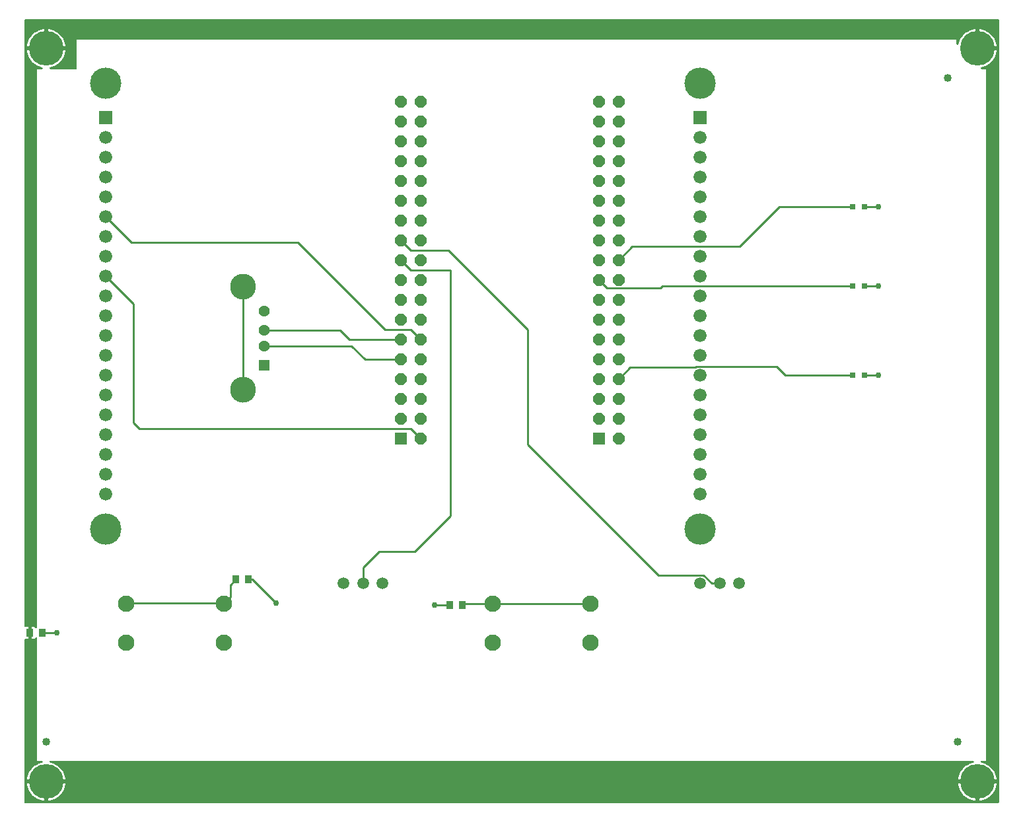
<source format=gbr>
G04 EAGLE Gerber RS-274X export*
G75*
%MOMM*%
%FSLAX34Y34*%
%LPD*%
%INTop Copper*%
%IPPOS*%
%AMOC8*
5,1,8,0,0,1.08239X$1,22.5*%
G01*
%ADD10R,1.524000X1.524000*%
%ADD11P,1.649562X8X112.500000*%
%ADD12R,1.676400X1.676400*%
%ADD13C,1.676400*%
%ADD14C,4.016000*%
%ADD15R,0.800000X0.800000*%
%ADD16R,1.428000X1.428000*%
%ADD17C,1.428000*%
%ADD18C,3.316000*%
%ADD19C,1.508000*%
%ADD20R,0.949959X1.031241*%
%ADD21C,2.100000*%
%ADD22C,1.016000*%
%ADD23C,4.445000*%
%ADD24C,0.254000*%
%ADD25C,0.756400*%

G36*
X1259624Y1014088D02*
X1259624Y1014088D01*
X1259617Y1014207D01*
X1259604Y1014245D01*
X1259599Y1014286D01*
X1259556Y1014396D01*
X1259519Y1014509D01*
X1259497Y1014544D01*
X1259482Y1014581D01*
X1259413Y1014677D01*
X1259349Y1014778D01*
X1259319Y1014806D01*
X1259296Y1014839D01*
X1259204Y1014915D01*
X1259117Y1014996D01*
X1259082Y1015016D01*
X1259051Y1015041D01*
X1258943Y1015092D01*
X1258839Y1015150D01*
X1258799Y1015160D01*
X1258763Y1015177D01*
X1258646Y1015199D01*
X1258531Y1015229D01*
X1258471Y1015233D01*
X1258451Y1015237D01*
X1258430Y1015235D01*
X1258370Y1015239D01*
X11430Y1015239D01*
X11312Y1015224D01*
X11193Y1015217D01*
X11155Y1015204D01*
X11114Y1015199D01*
X11004Y1015156D01*
X10891Y1015119D01*
X10856Y1015097D01*
X10819Y1015082D01*
X10723Y1015013D01*
X10622Y1014949D01*
X10594Y1014919D01*
X10561Y1014896D01*
X10485Y1014804D01*
X10404Y1014717D01*
X10384Y1014682D01*
X10359Y1014651D01*
X10308Y1014543D01*
X10250Y1014439D01*
X10240Y1014399D01*
X10223Y1014363D01*
X10201Y1014246D01*
X10171Y1014131D01*
X10167Y1014071D01*
X10163Y1014051D01*
X10165Y1014030D01*
X10161Y1013970D01*
X10161Y237374D01*
X10176Y237249D01*
X10186Y237124D01*
X10196Y237092D01*
X10201Y237058D01*
X10247Y236942D01*
X10287Y236822D01*
X10305Y236794D01*
X10318Y236763D01*
X10391Y236661D01*
X10460Y236555D01*
X10485Y236533D01*
X10504Y236505D01*
X10601Y236425D01*
X10694Y236340D01*
X10724Y236324D01*
X10749Y236302D01*
X10863Y236249D01*
X10974Y236189D01*
X11007Y236181D01*
X11037Y236167D01*
X11160Y236143D01*
X11283Y236113D01*
X11316Y236113D01*
X11349Y236107D01*
X11475Y236115D01*
X11601Y236116D01*
X11649Y236126D01*
X11667Y236127D01*
X11687Y236134D01*
X11759Y236148D01*
X12315Y236297D01*
X15025Y236297D01*
X15025Y229705D01*
X15040Y229587D01*
X15047Y229468D01*
X15060Y229430D01*
X15065Y229390D01*
X15109Y229279D01*
X15145Y229166D01*
X15167Y229131D01*
X15182Y229094D01*
X15252Y228998D01*
X15315Y228897D01*
X15345Y228869D01*
X15369Y228837D01*
X15460Y228761D01*
X15547Y228679D01*
X15582Y228660D01*
X15614Y228634D01*
X15678Y228604D01*
X15587Y228537D01*
X15486Y228474D01*
X15458Y228444D01*
X15426Y228420D01*
X15350Y228329D01*
X15268Y228242D01*
X15249Y228207D01*
X15223Y228175D01*
X15172Y228068D01*
X15115Y227964D01*
X15104Y227924D01*
X15087Y227888D01*
X15065Y227771D01*
X15035Y227656D01*
X15031Y227595D01*
X15027Y227575D01*
X15029Y227555D01*
X15025Y227495D01*
X15025Y220903D01*
X12315Y220903D01*
X11759Y221052D01*
X11634Y221069D01*
X11510Y221093D01*
X11477Y221091D01*
X11443Y221095D01*
X11318Y221081D01*
X11193Y221073D01*
X11161Y221063D01*
X11128Y221059D01*
X11010Y221014D01*
X10891Y220975D01*
X10862Y220957D01*
X10831Y220945D01*
X10728Y220872D01*
X10622Y220805D01*
X10599Y220780D01*
X10571Y220761D01*
X10490Y220665D01*
X10404Y220573D01*
X10388Y220544D01*
X10366Y220518D01*
X10311Y220405D01*
X10250Y220295D01*
X10242Y220262D01*
X10227Y220232D01*
X10202Y220108D01*
X10171Y219987D01*
X10168Y219938D01*
X10164Y219920D01*
X10165Y219898D01*
X10161Y219826D01*
X10161Y11430D01*
X10176Y11312D01*
X10183Y11193D01*
X10196Y11155D01*
X10201Y11114D01*
X10244Y11004D01*
X10281Y10891D01*
X10303Y10856D01*
X10318Y10819D01*
X10387Y10723D01*
X10451Y10622D01*
X10481Y10594D01*
X10504Y10561D01*
X10596Y10485D01*
X10683Y10404D01*
X10718Y10384D01*
X10749Y10359D01*
X10857Y10308D01*
X10961Y10250D01*
X11001Y10240D01*
X11037Y10223D01*
X11154Y10201D01*
X11269Y10171D01*
X11329Y10167D01*
X11349Y10163D01*
X11370Y10165D01*
X11430Y10161D01*
X1258370Y10161D01*
X1258488Y10176D01*
X1258607Y10183D01*
X1258645Y10196D01*
X1258686Y10201D01*
X1258796Y10244D01*
X1258909Y10281D01*
X1258944Y10303D01*
X1258981Y10318D01*
X1259077Y10387D01*
X1259178Y10451D01*
X1259206Y10481D01*
X1259239Y10504D01*
X1259315Y10596D01*
X1259396Y10683D01*
X1259416Y10718D01*
X1259441Y10749D01*
X1259492Y10857D01*
X1259550Y10961D01*
X1259560Y11001D01*
X1259577Y11037D01*
X1259599Y11154D01*
X1259629Y11269D01*
X1259633Y11329D01*
X1259637Y11349D01*
X1259635Y11370D01*
X1259639Y11430D01*
X1259639Y1013970D01*
X1259624Y1014088D01*
G37*
%LPC*%
G36*
X32385Y951231D02*
X32385Y951231D01*
X32402Y951233D01*
X32419Y951231D01*
X32559Y951253D01*
X32700Y951271D01*
X32716Y951277D01*
X32733Y951280D01*
X32864Y951335D01*
X32996Y951388D01*
X33010Y951398D01*
X33025Y951404D01*
X33138Y951491D01*
X33253Y951574D01*
X33264Y951588D01*
X33278Y951598D01*
X33365Y951710D01*
X33456Y951819D01*
X33463Y951835D01*
X33474Y951848D01*
X33531Y951979D01*
X33591Y952107D01*
X33595Y952124D01*
X33602Y952140D01*
X33625Y952281D01*
X33651Y952420D01*
X33650Y952437D01*
X33653Y952454D01*
X33640Y952595D01*
X33631Y952737D01*
X33626Y952753D01*
X33625Y952770D01*
X33577Y952904D01*
X33533Y953039D01*
X33524Y953054D01*
X33519Y953070D01*
X33439Y953188D01*
X33363Y953308D01*
X33351Y953320D01*
X33341Y953334D01*
X33235Y953429D01*
X33132Y953526D01*
X33117Y953534D01*
X33104Y953546D01*
X32978Y953611D01*
X32853Y953680D01*
X32837Y953684D01*
X32821Y953692D01*
X32667Y953737D01*
X31233Y954065D01*
X28608Y954983D01*
X26101Y956190D01*
X23746Y957670D01*
X21571Y959405D01*
X19605Y961371D01*
X17870Y963546D01*
X16390Y965901D01*
X15183Y968408D01*
X14265Y971033D01*
X13646Y973745D01*
X13464Y975361D01*
X36830Y975361D01*
X36948Y975376D01*
X37067Y975383D01*
X37105Y975396D01*
X37145Y975401D01*
X37256Y975444D01*
X37369Y975481D01*
X37403Y975503D01*
X37441Y975518D01*
X37537Y975588D01*
X37638Y975651D01*
X37666Y975681D01*
X37698Y975704D01*
X37774Y975796D01*
X37856Y975883D01*
X37875Y975918D01*
X37901Y975949D01*
X37952Y976057D01*
X38009Y976161D01*
X38020Y976201D01*
X38037Y976237D01*
X38059Y976354D01*
X38089Y976469D01*
X38093Y976530D01*
X38097Y976550D01*
X38095Y976570D01*
X38099Y976630D01*
X38099Y977901D01*
X38101Y977901D01*
X38101Y976630D01*
X38116Y976512D01*
X38123Y976393D01*
X38136Y976355D01*
X38141Y976314D01*
X38185Y976204D01*
X38221Y976091D01*
X38243Y976056D01*
X38258Y976019D01*
X38328Y975923D01*
X38391Y975822D01*
X38421Y975794D01*
X38445Y975761D01*
X38536Y975686D01*
X38623Y975604D01*
X38658Y975584D01*
X38690Y975559D01*
X38797Y975508D01*
X38902Y975450D01*
X38941Y975440D01*
X38977Y975423D01*
X39094Y975401D01*
X39209Y975371D01*
X39270Y975367D01*
X39290Y975363D01*
X39310Y975365D01*
X39370Y975361D01*
X62736Y975361D01*
X62554Y973745D01*
X61935Y971033D01*
X61017Y968408D01*
X59810Y965901D01*
X58330Y963546D01*
X56595Y961371D01*
X54629Y959405D01*
X52454Y957670D01*
X50099Y956190D01*
X47592Y954983D01*
X44967Y954065D01*
X43533Y953737D01*
X43517Y953732D01*
X43500Y953729D01*
X43368Y953677D01*
X43234Y953628D01*
X43220Y953619D01*
X43204Y953612D01*
X43089Y953529D01*
X42972Y953449D01*
X42961Y953436D01*
X42947Y953426D01*
X42856Y953316D01*
X42763Y953209D01*
X42755Y953194D01*
X42744Y953181D01*
X42684Y953052D01*
X42620Y952925D01*
X42616Y952908D01*
X42609Y952893D01*
X42582Y952754D01*
X42551Y952614D01*
X42552Y952597D01*
X42549Y952581D01*
X42558Y952439D01*
X42563Y952297D01*
X42567Y952280D01*
X42569Y952263D01*
X42612Y952128D01*
X42653Y951992D01*
X42661Y951977D01*
X42667Y951961D01*
X42743Y951840D01*
X42815Y951718D01*
X42828Y951706D01*
X42837Y951692D01*
X42941Y951594D01*
X43041Y951494D01*
X43056Y951486D01*
X43068Y951474D01*
X43193Y951405D01*
X43315Y951333D01*
X43332Y951329D01*
X43347Y951320D01*
X43484Y951285D01*
X43621Y951246D01*
X43638Y951245D01*
X43655Y951241D01*
X43815Y951231D01*
X76200Y951231D01*
X76318Y951246D01*
X76437Y951253D01*
X76475Y951266D01*
X76516Y951271D01*
X76626Y951314D01*
X76739Y951351D01*
X76774Y951373D01*
X76811Y951388D01*
X76907Y951458D01*
X77008Y951521D01*
X77036Y951551D01*
X77069Y951574D01*
X77145Y951666D01*
X77226Y951753D01*
X77246Y951788D01*
X77271Y951819D01*
X77322Y951927D01*
X77380Y952031D01*
X77390Y952071D01*
X77407Y952107D01*
X77429Y952224D01*
X77459Y952339D01*
X77463Y952400D01*
X77467Y952420D01*
X77465Y952440D01*
X77469Y952500D01*
X77469Y989331D01*
X1205231Y989331D01*
X1205231Y983615D01*
X1205233Y983598D01*
X1205231Y983581D01*
X1205253Y983441D01*
X1205271Y983300D01*
X1205277Y983284D01*
X1205280Y983267D01*
X1205335Y983136D01*
X1205388Y983004D01*
X1205398Y982990D01*
X1205404Y982975D01*
X1205491Y982862D01*
X1205574Y982747D01*
X1205588Y982736D01*
X1205598Y982722D01*
X1205710Y982635D01*
X1205819Y982544D01*
X1205835Y982537D01*
X1205848Y982526D01*
X1205979Y982469D01*
X1206107Y982409D01*
X1206124Y982405D01*
X1206140Y982398D01*
X1206280Y982375D01*
X1206420Y982349D01*
X1206437Y982350D01*
X1206454Y982347D01*
X1206595Y982360D01*
X1206737Y982368D01*
X1206753Y982374D01*
X1206770Y982375D01*
X1206904Y982423D01*
X1207039Y982467D01*
X1207054Y982476D01*
X1207070Y982481D01*
X1207188Y982561D01*
X1207308Y982637D01*
X1207320Y982649D01*
X1207334Y982659D01*
X1207428Y982765D01*
X1207526Y982868D01*
X1207534Y982883D01*
X1207546Y982896D01*
X1207611Y983022D01*
X1207680Y983147D01*
X1207684Y983163D01*
X1207692Y983179D01*
X1207737Y983333D01*
X1208065Y984767D01*
X1208983Y987392D01*
X1210190Y989899D01*
X1211670Y992254D01*
X1213405Y994429D01*
X1215371Y996395D01*
X1217546Y998130D01*
X1219901Y999610D01*
X1222408Y1000817D01*
X1225033Y1001735D01*
X1227745Y1002354D01*
X1229361Y1002536D01*
X1229361Y979170D01*
X1229376Y979052D01*
X1229383Y978933D01*
X1229396Y978895D01*
X1229401Y978855D01*
X1229444Y978744D01*
X1229481Y978631D01*
X1229503Y978597D01*
X1229518Y978559D01*
X1229588Y978463D01*
X1229651Y978362D01*
X1229681Y978334D01*
X1229704Y978302D01*
X1229796Y978226D01*
X1229883Y978144D01*
X1229918Y978125D01*
X1229949Y978099D01*
X1230057Y978048D01*
X1230161Y977991D01*
X1230201Y977980D01*
X1230237Y977963D01*
X1230354Y977941D01*
X1230469Y977911D01*
X1230530Y977907D01*
X1230550Y977903D01*
X1230570Y977905D01*
X1230630Y977901D01*
X1231901Y977901D01*
X1231901Y976630D01*
X1231916Y976512D01*
X1231923Y976393D01*
X1231936Y976355D01*
X1231941Y976314D01*
X1231985Y976204D01*
X1232021Y976091D01*
X1232043Y976056D01*
X1232058Y976019D01*
X1232128Y975923D01*
X1232191Y975822D01*
X1232221Y975794D01*
X1232245Y975761D01*
X1232336Y975686D01*
X1232423Y975604D01*
X1232458Y975584D01*
X1232490Y975559D01*
X1232597Y975508D01*
X1232702Y975450D01*
X1232741Y975440D01*
X1232777Y975423D01*
X1232894Y975401D01*
X1233009Y975371D01*
X1233070Y975367D01*
X1233090Y975363D01*
X1233110Y975365D01*
X1233170Y975361D01*
X1256536Y975361D01*
X1256354Y973745D01*
X1255735Y971033D01*
X1254817Y968408D01*
X1253610Y965901D01*
X1252130Y963546D01*
X1250395Y961371D01*
X1248429Y959405D01*
X1246254Y957670D01*
X1243899Y956190D01*
X1241392Y954983D01*
X1238767Y954065D01*
X1237333Y953737D01*
X1237317Y953732D01*
X1237300Y953729D01*
X1237168Y953677D01*
X1237034Y953628D01*
X1237020Y953619D01*
X1237004Y953612D01*
X1236889Y953529D01*
X1236772Y953449D01*
X1236761Y953436D01*
X1236747Y953426D01*
X1236656Y953316D01*
X1236563Y953209D01*
X1236555Y953194D01*
X1236544Y953181D01*
X1236484Y953052D01*
X1236419Y952925D01*
X1236416Y952908D01*
X1236409Y952893D01*
X1236382Y952753D01*
X1236351Y952614D01*
X1236352Y952597D01*
X1236349Y952581D01*
X1236358Y952438D01*
X1236363Y952297D01*
X1236367Y952280D01*
X1236368Y952263D01*
X1236412Y952128D01*
X1236452Y951992D01*
X1236461Y951977D01*
X1236467Y951961D01*
X1236542Y951841D01*
X1236615Y951718D01*
X1236628Y951706D01*
X1236637Y951692D01*
X1236740Y951594D01*
X1236841Y951494D01*
X1236856Y951486D01*
X1236868Y951474D01*
X1236993Y951405D01*
X1237115Y951333D01*
X1237132Y951329D01*
X1237147Y951320D01*
X1237284Y951285D01*
X1237421Y951246D01*
X1237438Y951245D01*
X1237455Y951241D01*
X1237615Y951231D01*
X1243331Y951231D01*
X1243331Y64769D01*
X1237615Y64769D01*
X1237598Y64767D01*
X1237581Y64769D01*
X1237441Y64747D01*
X1237300Y64729D01*
X1237284Y64723D01*
X1237267Y64721D01*
X1237136Y64665D01*
X1237004Y64612D01*
X1236990Y64602D01*
X1236975Y64596D01*
X1236862Y64509D01*
X1236747Y64426D01*
X1236736Y64412D01*
X1236722Y64402D01*
X1236635Y64290D01*
X1236544Y64181D01*
X1236537Y64165D01*
X1236526Y64152D01*
X1236469Y64021D01*
X1236409Y63893D01*
X1236405Y63876D01*
X1236398Y63860D01*
X1236375Y63719D01*
X1236349Y63581D01*
X1236350Y63563D01*
X1236347Y63547D01*
X1236360Y63404D01*
X1236368Y63263D01*
X1236374Y63247D01*
X1236375Y63230D01*
X1236423Y63095D01*
X1236467Y62961D01*
X1236476Y62946D01*
X1236481Y62930D01*
X1236561Y62812D01*
X1236637Y62692D01*
X1236649Y62680D01*
X1236659Y62666D01*
X1236765Y62571D01*
X1236868Y62474D01*
X1236883Y62466D01*
X1236896Y62454D01*
X1237022Y62389D01*
X1237147Y62320D01*
X1237163Y62316D01*
X1237179Y62308D01*
X1237333Y62263D01*
X1238767Y61935D01*
X1241392Y61017D01*
X1243899Y59810D01*
X1246254Y58330D01*
X1248429Y56595D01*
X1250395Y54629D01*
X1252130Y52454D01*
X1253610Y50099D01*
X1254817Y47592D01*
X1255735Y44967D01*
X1256354Y42255D01*
X1256536Y40639D01*
X1233170Y40639D01*
X1233052Y40624D01*
X1232933Y40617D01*
X1232895Y40604D01*
X1232855Y40599D01*
X1232744Y40556D01*
X1232631Y40519D01*
X1232597Y40497D01*
X1232559Y40482D01*
X1232463Y40412D01*
X1232362Y40349D01*
X1232334Y40319D01*
X1232302Y40295D01*
X1232226Y40204D01*
X1232144Y40117D01*
X1232125Y40082D01*
X1232099Y40051D01*
X1232048Y39943D01*
X1231991Y39839D01*
X1231980Y39799D01*
X1231963Y39763D01*
X1231941Y39646D01*
X1231911Y39531D01*
X1231907Y39470D01*
X1231903Y39450D01*
X1231904Y39438D01*
X1231903Y39434D01*
X1231904Y39422D01*
X1231901Y39370D01*
X1231901Y38099D01*
X1231899Y38099D01*
X1231899Y39370D01*
X1231884Y39488D01*
X1231877Y39607D01*
X1231864Y39645D01*
X1231859Y39685D01*
X1231815Y39796D01*
X1231779Y39909D01*
X1231757Y39944D01*
X1231742Y39981D01*
X1231672Y40077D01*
X1231609Y40178D01*
X1231579Y40206D01*
X1231555Y40239D01*
X1231464Y40314D01*
X1231377Y40396D01*
X1231342Y40416D01*
X1231310Y40441D01*
X1231203Y40492D01*
X1231098Y40550D01*
X1231059Y40560D01*
X1231023Y40577D01*
X1230906Y40599D01*
X1230791Y40629D01*
X1230730Y40633D01*
X1230710Y40637D01*
X1230690Y40635D01*
X1230630Y40639D01*
X1207264Y40639D01*
X1207446Y42255D01*
X1208065Y44967D01*
X1208983Y47592D01*
X1210190Y50099D01*
X1211670Y52454D01*
X1213405Y54629D01*
X1215371Y56595D01*
X1217546Y58330D01*
X1219901Y59810D01*
X1222408Y61017D01*
X1225033Y61935D01*
X1226467Y62263D01*
X1226483Y62268D01*
X1226500Y62271D01*
X1226632Y62323D01*
X1226766Y62372D01*
X1226780Y62381D01*
X1226796Y62388D01*
X1226911Y62471D01*
X1227028Y62552D01*
X1227039Y62564D01*
X1227053Y62574D01*
X1227144Y62684D01*
X1227237Y62791D01*
X1227245Y62806D01*
X1227256Y62819D01*
X1227316Y62948D01*
X1227381Y63075D01*
X1227384Y63092D01*
X1227391Y63107D01*
X1227418Y63246D01*
X1227449Y63386D01*
X1227448Y63403D01*
X1227451Y63420D01*
X1227442Y63561D01*
X1227437Y63703D01*
X1227433Y63720D01*
X1227432Y63737D01*
X1227388Y63872D01*
X1227348Y64008D01*
X1227339Y64023D01*
X1227333Y64039D01*
X1227257Y64160D01*
X1227185Y64282D01*
X1227173Y64294D01*
X1227163Y64308D01*
X1227060Y64406D01*
X1226959Y64506D01*
X1226944Y64514D01*
X1226932Y64526D01*
X1226808Y64594D01*
X1226685Y64667D01*
X1226668Y64671D01*
X1226653Y64680D01*
X1226516Y64715D01*
X1226379Y64754D01*
X1226362Y64755D01*
X1226345Y64759D01*
X1226185Y64769D01*
X43815Y64769D01*
X43798Y64767D01*
X43781Y64769D01*
X43641Y64747D01*
X43500Y64729D01*
X43484Y64723D01*
X43467Y64721D01*
X43336Y64665D01*
X43204Y64612D01*
X43190Y64602D01*
X43175Y64596D01*
X43062Y64509D01*
X42947Y64426D01*
X42936Y64412D01*
X42922Y64402D01*
X42835Y64290D01*
X42744Y64181D01*
X42737Y64165D01*
X42726Y64152D01*
X42669Y64021D01*
X42609Y63893D01*
X42605Y63876D01*
X42598Y63860D01*
X42575Y63719D01*
X42549Y63581D01*
X42550Y63563D01*
X42547Y63547D01*
X42560Y63404D01*
X42569Y63263D01*
X42574Y63247D01*
X42575Y63230D01*
X42623Y63095D01*
X42667Y62961D01*
X42676Y62946D01*
X42681Y62930D01*
X42761Y62812D01*
X42837Y62692D01*
X42849Y62680D01*
X42859Y62666D01*
X42964Y62572D01*
X43068Y62474D01*
X43083Y62466D01*
X43096Y62454D01*
X43222Y62389D01*
X43347Y62320D01*
X43363Y62316D01*
X43379Y62308D01*
X43533Y62263D01*
X44967Y61935D01*
X47592Y61017D01*
X50099Y59810D01*
X52454Y58330D01*
X54629Y56595D01*
X56595Y54629D01*
X58330Y52454D01*
X59810Y50099D01*
X61017Y47592D01*
X61935Y44967D01*
X62554Y42255D01*
X62736Y40639D01*
X39370Y40639D01*
X39252Y40624D01*
X39133Y40617D01*
X39095Y40604D01*
X39055Y40599D01*
X38944Y40556D01*
X38831Y40519D01*
X38797Y40497D01*
X38759Y40482D01*
X38663Y40412D01*
X38562Y40349D01*
X38534Y40319D01*
X38502Y40295D01*
X38426Y40204D01*
X38344Y40117D01*
X38325Y40082D01*
X38299Y40051D01*
X38248Y39943D01*
X38191Y39839D01*
X38180Y39799D01*
X38163Y39763D01*
X38141Y39646D01*
X38111Y39531D01*
X38107Y39470D01*
X38103Y39450D01*
X38104Y39438D01*
X38103Y39434D01*
X38104Y39422D01*
X38101Y39370D01*
X38101Y38099D01*
X38099Y38099D01*
X38099Y39370D01*
X38084Y39488D01*
X38077Y39607D01*
X38064Y39645D01*
X38059Y39685D01*
X38015Y39796D01*
X37979Y39909D01*
X37957Y39944D01*
X37942Y39981D01*
X37872Y40077D01*
X37809Y40178D01*
X37779Y40206D01*
X37755Y40239D01*
X37664Y40314D01*
X37577Y40396D01*
X37542Y40416D01*
X37510Y40441D01*
X37403Y40492D01*
X37298Y40550D01*
X37259Y40560D01*
X37223Y40577D01*
X37106Y40599D01*
X36991Y40629D01*
X36930Y40633D01*
X36910Y40637D01*
X36890Y40635D01*
X36830Y40639D01*
X13464Y40639D01*
X13646Y42255D01*
X14265Y44967D01*
X15183Y47592D01*
X16390Y50099D01*
X17870Y52454D01*
X19605Y54629D01*
X21571Y56595D01*
X23746Y58330D01*
X26101Y59810D01*
X28608Y61017D01*
X31233Y61935D01*
X32667Y62263D01*
X32683Y62268D01*
X32700Y62271D01*
X32832Y62323D01*
X32966Y62372D01*
X32980Y62381D01*
X32996Y62388D01*
X33111Y62471D01*
X33228Y62552D01*
X33239Y62564D01*
X33253Y62574D01*
X33344Y62684D01*
X33437Y62791D01*
X33445Y62806D01*
X33456Y62819D01*
X33516Y62948D01*
X33580Y63075D01*
X33584Y63092D01*
X33591Y63107D01*
X33618Y63246D01*
X33649Y63386D01*
X33648Y63403D01*
X33651Y63420D01*
X33642Y63561D01*
X33637Y63703D01*
X33633Y63720D01*
X33631Y63737D01*
X33588Y63872D01*
X33548Y64008D01*
X33539Y64023D01*
X33533Y64039D01*
X33458Y64159D01*
X33385Y64282D01*
X33372Y64294D01*
X33363Y64308D01*
X33260Y64406D01*
X33159Y64506D01*
X33144Y64514D01*
X33132Y64526D01*
X33008Y64594D01*
X32885Y64667D01*
X32868Y64671D01*
X32853Y64680D01*
X32716Y64715D01*
X32579Y64754D01*
X32562Y64755D01*
X32545Y64759D01*
X32385Y64769D01*
X26669Y64769D01*
X26669Y221455D01*
X26651Y221599D01*
X26636Y221745D01*
X26631Y221757D01*
X26629Y221771D01*
X26576Y221906D01*
X26525Y222043D01*
X26517Y222054D01*
X26512Y222066D01*
X26427Y222184D01*
X26344Y222304D01*
X26333Y222313D01*
X26326Y222324D01*
X26214Y222416D01*
X26103Y222512D01*
X26091Y222518D01*
X26081Y222527D01*
X25949Y222588D01*
X25818Y222654D01*
X25805Y222656D01*
X25793Y222662D01*
X25650Y222689D01*
X25507Y222720D01*
X25494Y222719D01*
X25481Y222722D01*
X25336Y222713D01*
X25190Y222707D01*
X25176Y222703D01*
X25163Y222702D01*
X25025Y222657D01*
X24885Y222615D01*
X24873Y222608D01*
X24861Y222604D01*
X24738Y222526D01*
X24613Y222451D01*
X24603Y222441D01*
X24592Y222434D01*
X24492Y222328D01*
X24390Y222224D01*
X24380Y222208D01*
X24374Y222202D01*
X24366Y222187D01*
X24301Y222090D01*
X24182Y221884D01*
X23709Y221411D01*
X23130Y221076D01*
X22483Y220903D01*
X19773Y220903D01*
X19773Y227495D01*
X19758Y227613D01*
X19751Y227732D01*
X19738Y227770D01*
X19733Y227810D01*
X19689Y227921D01*
X19653Y228034D01*
X19631Y228069D01*
X19616Y228106D01*
X19546Y228202D01*
X19483Y228303D01*
X19453Y228331D01*
X19429Y228363D01*
X19338Y228439D01*
X19251Y228521D01*
X19216Y228540D01*
X19184Y228566D01*
X19120Y228596D01*
X19211Y228663D01*
X19312Y228726D01*
X19340Y228756D01*
X19372Y228780D01*
X19448Y228871D01*
X19530Y228958D01*
X19549Y228993D01*
X19575Y229025D01*
X19626Y229132D01*
X19683Y229236D01*
X19694Y229276D01*
X19711Y229312D01*
X19733Y229429D01*
X19763Y229544D01*
X19767Y229605D01*
X19771Y229625D01*
X19769Y229645D01*
X19770Y229658D01*
X19771Y229660D01*
X19770Y229663D01*
X19773Y229705D01*
X19773Y236297D01*
X22483Y236297D01*
X23130Y236124D01*
X23709Y235789D01*
X24182Y235316D01*
X24301Y235110D01*
X24389Y234994D01*
X24474Y234876D01*
X24485Y234868D01*
X24493Y234857D01*
X24607Y234767D01*
X24719Y234673D01*
X24732Y234668D01*
X24742Y234659D01*
X24876Y234600D01*
X25007Y234538D01*
X25020Y234535D01*
X25033Y234530D01*
X25177Y234505D01*
X25320Y234478D01*
X25333Y234479D01*
X25346Y234477D01*
X25492Y234489D01*
X25637Y234498D01*
X25650Y234502D01*
X25663Y234503D01*
X25801Y234551D01*
X25939Y234596D01*
X25951Y234603D01*
X25964Y234608D01*
X26085Y234688D01*
X26208Y234766D01*
X26217Y234776D01*
X26229Y234783D01*
X26326Y234891D01*
X26426Y234998D01*
X26433Y235010D01*
X26442Y235020D01*
X26509Y235149D01*
X26580Y235276D01*
X26583Y235289D01*
X26589Y235301D01*
X26623Y235443D01*
X26659Y235584D01*
X26660Y235602D01*
X26662Y235611D01*
X26662Y235628D01*
X26669Y235745D01*
X26669Y951231D01*
X32385Y951231D01*
G37*
%LPD*%
%LPC*%
G36*
X1234439Y980439D02*
X1234439Y980439D01*
X1234439Y1002536D01*
X1236055Y1002354D01*
X1238767Y1001735D01*
X1241392Y1000817D01*
X1243899Y999610D01*
X1246254Y998130D01*
X1248429Y996395D01*
X1250395Y994429D01*
X1252130Y992254D01*
X1253610Y989899D01*
X1254817Y987392D01*
X1255735Y984767D01*
X1256354Y982055D01*
X1256536Y980439D01*
X1234439Y980439D01*
G37*
%LPD*%
%LPC*%
G36*
X40639Y980439D02*
X40639Y980439D01*
X40639Y1002536D01*
X42255Y1002354D01*
X44967Y1001735D01*
X47592Y1000817D01*
X50099Y999610D01*
X52454Y998130D01*
X54629Y996395D01*
X56595Y994429D01*
X58330Y992254D01*
X59810Y989899D01*
X61017Y987392D01*
X61935Y984767D01*
X62554Y982055D01*
X62736Y980439D01*
X40639Y980439D01*
G37*
%LPD*%
%LPC*%
G36*
X13464Y980439D02*
X13464Y980439D01*
X13646Y982055D01*
X14265Y984767D01*
X15183Y987392D01*
X16390Y989899D01*
X17870Y992254D01*
X19605Y994429D01*
X21571Y996395D01*
X23746Y998130D01*
X26101Y999610D01*
X28608Y1000817D01*
X31233Y1001735D01*
X33945Y1002354D01*
X35561Y1002536D01*
X35561Y980439D01*
X13464Y980439D01*
G37*
%LPD*%
%LPC*%
G36*
X40639Y35561D02*
X40639Y35561D01*
X62736Y35561D01*
X62554Y33945D01*
X61935Y31233D01*
X61017Y28608D01*
X59810Y26101D01*
X58330Y23746D01*
X56595Y21571D01*
X54629Y19605D01*
X52454Y17870D01*
X50099Y16390D01*
X47592Y15183D01*
X44967Y14265D01*
X42255Y13646D01*
X40639Y13464D01*
X40639Y35561D01*
G37*
%LPD*%
%LPC*%
G36*
X1234439Y35561D02*
X1234439Y35561D01*
X1256536Y35561D01*
X1256354Y33945D01*
X1255735Y31233D01*
X1254817Y28608D01*
X1253610Y26101D01*
X1252130Y23746D01*
X1250395Y21571D01*
X1248429Y19605D01*
X1246254Y17870D01*
X1243899Y16390D01*
X1241392Y15183D01*
X1238767Y14265D01*
X1236055Y13646D01*
X1234439Y13464D01*
X1234439Y35561D01*
G37*
%LPD*%
%LPC*%
G36*
X1227745Y13646D02*
X1227745Y13646D01*
X1225033Y14265D01*
X1222408Y15183D01*
X1219901Y16390D01*
X1217546Y17870D01*
X1215371Y19605D01*
X1213405Y21571D01*
X1211670Y23746D01*
X1210190Y26101D01*
X1208983Y28608D01*
X1208065Y31233D01*
X1207446Y33945D01*
X1207264Y35561D01*
X1229361Y35561D01*
X1229361Y13464D01*
X1227745Y13646D01*
G37*
%LPD*%
%LPC*%
G36*
X33945Y13646D02*
X33945Y13646D01*
X31233Y14265D01*
X28608Y15183D01*
X26101Y16390D01*
X23746Y17870D01*
X21571Y19605D01*
X19605Y21571D01*
X17870Y23746D01*
X16390Y26101D01*
X15183Y28608D01*
X14265Y31233D01*
X13646Y33945D01*
X13464Y35561D01*
X35561Y35561D01*
X35561Y13464D01*
X33945Y13646D01*
G37*
%LPD*%
D10*
X492500Y478200D03*
D11*
X517900Y478200D03*
X492500Y503600D03*
X517900Y503600D03*
X492500Y529000D03*
X517900Y529000D03*
X492500Y554400D03*
X517900Y554400D03*
X492500Y579800D03*
X517900Y579800D03*
X492500Y605200D03*
X517900Y605200D03*
X492500Y630600D03*
X517900Y630600D03*
X492500Y656000D03*
X517900Y656000D03*
X492500Y681400D03*
X517900Y681400D03*
X492500Y706800D03*
X517900Y706800D03*
X492500Y732200D03*
X517900Y732200D03*
X492500Y757600D03*
X517900Y757600D03*
X492500Y783000D03*
X517900Y783000D03*
X492500Y808400D03*
X517900Y808400D03*
X492500Y833800D03*
X517900Y833800D03*
X492500Y859200D03*
X517900Y859200D03*
X492500Y884600D03*
X517900Y884600D03*
X492500Y910000D03*
X517900Y910000D03*
D10*
X746500Y478200D03*
D11*
X771900Y478200D03*
X746500Y503600D03*
X771900Y503600D03*
X746500Y529000D03*
X771900Y529000D03*
X746500Y554400D03*
X771900Y554400D03*
X746500Y579800D03*
X771900Y579800D03*
X746500Y605200D03*
X771900Y605200D03*
X746500Y630600D03*
X771900Y630600D03*
X746500Y656000D03*
X771900Y656000D03*
X746500Y681400D03*
X771900Y681400D03*
X746500Y706800D03*
X771900Y706800D03*
X746500Y732200D03*
X771900Y732200D03*
X746500Y757600D03*
X771900Y757600D03*
X746500Y783000D03*
X771900Y783000D03*
X746500Y808400D03*
X771900Y808400D03*
X746500Y833800D03*
X771900Y833800D03*
X746500Y859200D03*
X771900Y859200D03*
X746500Y884600D03*
X771900Y884600D03*
X746500Y910000D03*
X771900Y910000D03*
D12*
X876300Y889000D03*
D13*
X876300Y863600D03*
X876300Y838200D03*
X876300Y812800D03*
X876300Y787400D03*
X876300Y762000D03*
X876300Y736600D03*
X876300Y711200D03*
X876300Y685800D03*
X876300Y660400D03*
X876300Y635000D03*
X876300Y609600D03*
X876300Y584200D03*
X876300Y558800D03*
X876300Y533400D03*
X876300Y508000D03*
X876300Y482600D03*
X876300Y457200D03*
X876300Y431800D03*
X876300Y406400D03*
D12*
X114300Y889000D03*
D13*
X114300Y863600D03*
X114300Y838200D03*
X114300Y812800D03*
X114300Y787400D03*
X114300Y762000D03*
X114300Y736600D03*
X114300Y711200D03*
X114300Y685800D03*
X114300Y660400D03*
X114300Y635000D03*
X114300Y609600D03*
X114300Y584200D03*
X114300Y558800D03*
X114300Y533400D03*
X114300Y508000D03*
X114300Y482600D03*
X114300Y457200D03*
X114300Y431800D03*
X114300Y406400D03*
D14*
X114300Y933450D03*
X114300Y361950D03*
X876300Y933450D03*
X876300Y361950D03*
D15*
X1072000Y558800D03*
X1087000Y558800D03*
X1072000Y774700D03*
X1087000Y774700D03*
X1072000Y673100D03*
X1087000Y673100D03*
D16*
X317500Y571500D03*
D17*
X317500Y596500D03*
X317500Y616500D03*
X317500Y641500D03*
D18*
X290400Y540800D03*
X290400Y672200D03*
D19*
X469500Y292100D03*
X444500Y292100D03*
X419500Y292100D03*
X926700Y292100D03*
X901700Y292100D03*
X876700Y292100D03*
D20*
X555879Y264160D03*
X571881Y264160D03*
X297561Y297180D03*
X281559Y297180D03*
D21*
X735600Y266300D03*
X735600Y216300D03*
X610600Y216300D03*
X610600Y266300D03*
X265700Y266300D03*
X265700Y216300D03*
X140700Y216300D03*
X140700Y266300D03*
D22*
X38100Y88900D03*
X1193800Y939800D03*
X1206500Y88900D03*
D20*
X33401Y228600D03*
X17399Y228600D03*
D23*
X38100Y977900D03*
X1231900Y977900D03*
X1231900Y38100D03*
X38100Y38100D03*
D24*
X1087000Y673100D02*
X1104900Y673100D01*
D25*
X1104900Y673100D03*
D24*
X1104900Y774700D02*
X1087000Y774700D01*
D25*
X1104900Y774700D03*
D24*
X1104900Y558800D02*
X1087000Y558800D01*
D25*
X1104900Y558800D03*
D24*
X52042Y228600D02*
X33401Y228600D01*
D25*
X52042Y228600D03*
D24*
X297561Y297180D02*
X302260Y297180D01*
X332740Y266700D01*
D25*
X332740Y266700D03*
D24*
X555674Y264365D02*
X555879Y264160D01*
X555674Y264365D02*
X535940Y264160D01*
D25*
X535940Y264160D03*
D24*
X290400Y540800D02*
X290400Y672200D01*
X141100Y266700D02*
X140700Y266300D01*
X141100Y266700D02*
X266100Y266700D01*
X274320Y274920D01*
X274320Y289941D02*
X281559Y297180D01*
X274320Y289941D02*
X274320Y274920D01*
X266100Y266700D02*
X265700Y266300D01*
X574021Y266300D02*
X610600Y266300D01*
X735600Y266300D01*
X574021Y266300D02*
X571881Y264160D01*
X985520Y558800D02*
X1072000Y558800D01*
X871671Y569976D02*
X870655Y568960D01*
X786460Y568960D02*
X771900Y554400D01*
X974344Y569976D02*
X985520Y558800D01*
X974344Y569976D02*
X871671Y569976D01*
X870655Y568960D02*
X786460Y568960D01*
X828040Y673100D02*
X1072000Y673100D01*
X828040Y673100D02*
X825500Y670560D01*
X757340Y670560D02*
X746500Y681400D01*
X757340Y670560D02*
X825500Y670560D01*
X977900Y774700D02*
X1072000Y774700D01*
X789000Y723900D02*
X771900Y706800D01*
X927100Y723900D02*
X977900Y774700D01*
X927100Y723900D02*
X789000Y723900D01*
X147320Y728980D02*
X114300Y762000D01*
X147320Y728980D02*
X360680Y728980D01*
X472440Y617220D01*
X505880Y617220D02*
X517900Y605200D01*
X505880Y617220D02*
X472440Y617220D01*
X149860Y650240D02*
X114300Y685800D01*
X149860Y650240D02*
X149860Y497840D01*
X157480Y490220D01*
X505880Y490220D02*
X517900Y478200D01*
X505880Y490220D02*
X157480Y490220D01*
X317500Y596500D02*
X429660Y596500D01*
X447040Y579120D01*
X491820Y579120D01*
X492500Y579800D01*
X414740Y616500D02*
X317500Y616500D01*
X414740Y616500D02*
X426720Y604520D01*
X491820Y604520D01*
X492500Y605200D01*
X505880Y693420D02*
X492500Y706800D01*
X505880Y693420D02*
X556260Y693420D01*
X556260Y378460D01*
X510540Y332740D01*
X464820Y332740D01*
X444500Y312420D01*
X444500Y292100D01*
X505880Y718820D02*
X492500Y732200D01*
X505880Y718820D02*
X553720Y718820D01*
X655320Y617220D01*
X655320Y469900D01*
X891315Y292100D02*
X901700Y292100D01*
X891315Y292100D02*
X880981Y302434D01*
X822786Y302434D02*
X655320Y469900D01*
X822786Y302434D02*
X880981Y302434D01*
M02*

</source>
